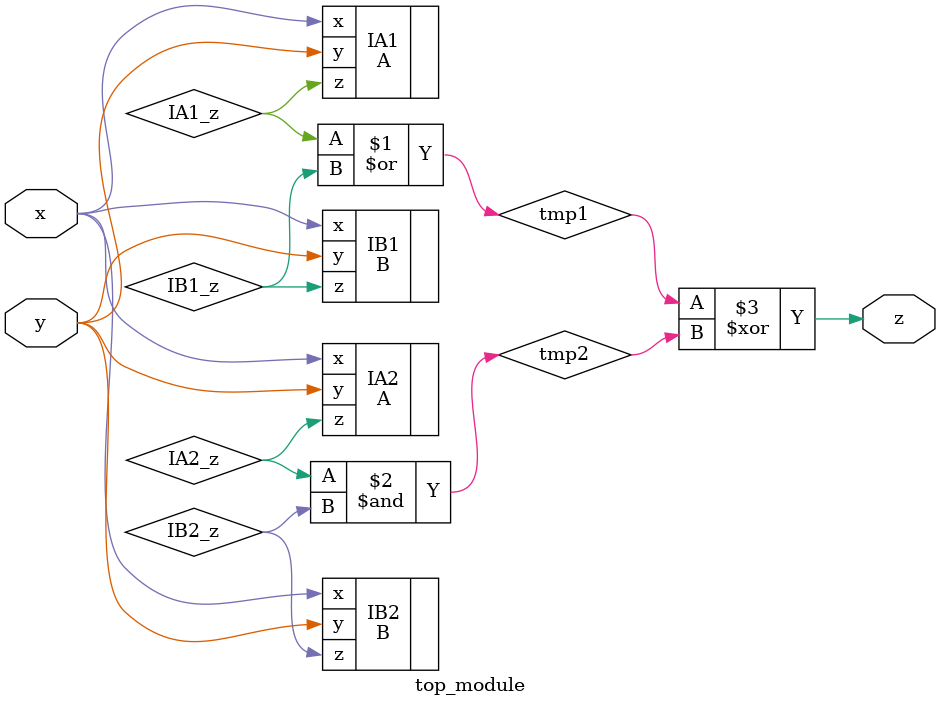
<source format=v>
`timescale 1ns / 1ps

module top_module (
  input x,
  input y,
  output z
);
  
  wire IA1_z, IA2_z, IB1_z, IB2_z;
  wire tmp1, tmp2;

  A IA1(
    .x(x),
    .y(y),
    .z(IA1_z)
  );

  B IB1(
    .x(x),
    .y(y),
    .z(IB1_z)
  );

  assign tmp1 = IA1_z | IB1_z;

  A IA2(
    .x(x),
    .y(y),
    .z(IA2_z)
  );

  B IB2(
    .x(x),
    .y(y),
    .z(IB2_z)
  );
  
  assign tmp2 = IA2_z & IB2_z;
  assign z = tmp1 ^ tmp2;

endmodule
</source>
